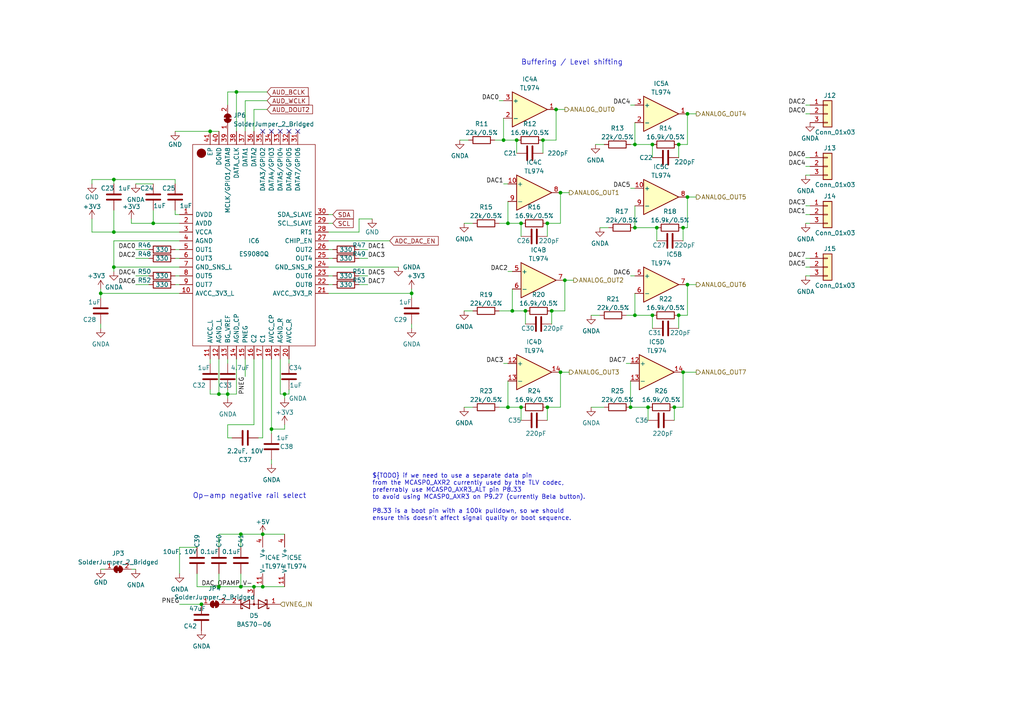
<source format=kicad_sch>
(kicad_sch (version 20211123) (generator eeschema)
  (paper "A4")
  (lib_symbols
    (symbol "Amplifier_Operational:TL074" (pin_names (offset 0.127))
      (property "Reference" "U" (at 0 5.08 0))
      (property "Value" "TL074" (at 0 -5.08 0))
      (symbol "TL074_1_1"
        (polyline (pts (xy -5.08 5.08) (xy 5.08 0) (xy -5.08 -5.08) (xy -5.08 5.08)) (stroke (width 0.254)) (fill (type background)))
        (pin output line (at 7.62 0 180) (length 2.54) (name "~") (number "1"))
        (pin input line (at -7.62 -2.54 0) (length 2.54) (name "-") (number "2"))
        (pin input line (at -7.62 2.54 0) (length 2.54) (name "+") (number "3"))
      )
      (symbol "TL074_2_1"
        (polyline (pts (xy -5.08 5.08) (xy 5.08 0) (xy -5.08 -5.08) (xy -5.08 5.08)) (stroke (width 0.254)) (fill (type background)))
        (pin input line (at -7.62 2.54 0) (length 2.54) (name "+") (number "5"))
        (pin input line (at -7.62 -2.54 0) (length 2.54) (name "-") (number "6"))
        (pin output line (at 7.62 0 180) (length 2.54) (name "~") (number "7"))
      )
      (symbol "TL074_3_1"
        (polyline (pts (xy -5.08 5.08) (xy 5.08 0) (xy -5.08 -5.08) (xy -5.08 5.08)) (stroke (width 0.254)) (fill (type background)))
        (pin input line (at -7.62 2.54 0) (length 2.54) (name "+") (number "10"))
        (pin output line (at 7.62 0 180) (length 2.54) (name "~") (number "8"))
        (pin input line (at -7.62 -2.54 0) (length 2.54) (name "-") (number "9"))
      )
      (symbol "TL074_4_1"
        (polyline (pts (xy -5.08 5.08) (xy 5.08 0) (xy -5.08 -5.08) (xy -5.08 5.08)) (stroke (width 0.254)) (fill (type background)))
        (pin input line (at -7.62 2.54 0) (length 2.54) (name "+") (number "12"))
        (pin input line (at -7.62 -2.54 0) (length 2.54) (name "-") (number "13"))
        (pin output line (at 7.62 0 180) (length 2.54) (name "~") (number "14"))
      )
      (symbol "TL074_5_1"
        (pin power_in line (at -2.54 -7.62 90) (length 3.81) (name "V-") (number "11"))
        (pin power_in line (at -2.54 7.62 270) (length 3.81) (name "V+") (number "4"))
      )
    )
    (symbol "Bela:ES9080Q" (pin_names (offset 0.762))
      (property "Reference" "IC1" (at 1.2441 3.4333 0))
      (property "Value" "ES9080Q" (at 1.2441 0.6582 0))
      (symbol "ES9080Q_0_0"
        (pin power_out line (at -21.59 10.16 0) (length 3.81) (name "DVDD") (number "1"))
        (pin power_in line (at -21.59 -12.7 0) (length 3.81) (name "AVCC_3V3_L") (number "10"))
        (pin power_out line (at -12.7 -31.75 90) (length 3.81) (name "AVCC_L") (number "11"))
        (pin passive line (at -10.16 -31.75 90) (length 3.81) (name "AGND_L") (number "12"))
        (pin output line (at -7.62 -31.75 90) (length 3.81) (name "BG_VREF") (number "13"))
        (pin passive line (at -5.08 -31.75 90) (length 3.81) (name "AGND_CP") (number "14"))
        (pin power_out line (at -2.54 -31.75 90) (length 3.81) (name "PNEG") (number "15"))
        (pin passive line (at 0 -31.75 90) (length 3.81) (name "C2") (number "16"))
        (pin passive line (at 2.54 -31.75 90) (length 3.81) (name "C1") (number "17"))
        (pin power_in line (at 5.08 -31.75 90) (length 3.81) (name "AVCC_CP") (number "18"))
        (pin power_out line (at 7.62 -31.75 90) (length 3.81) (name "AGND_R") (number "19"))
        (pin power_in line (at -21.59 7.62 0) (length 3.81) (name "AVDD") (number "2"))
        (pin power_out line (at 10.16 -31.75 90) (length 3.81) (name "AVCC_R") (number "20"))
        (pin power_in line (at 21.59 -12.7 180) (length 3.81) (name "AVCC_3V3_R") (number "21"))
        (pin output line (at 21.59 -10.16 180) (length 3.81) (name "OUT8") (number "22"))
        (pin output line (at 21.59 -7.62 180) (length 3.81) (name "OUT6") (number "23"))
        (pin input line (at 21.59 -5.08 180) (length 3.81) (name "GND_SNS_R") (number "24"))
        (pin output line (at 21.59 -2.54 180) (length 3.81) (name "OUT4") (number "25"))
        (pin output line (at 21.59 0 180) (length 3.81) (name "OUT2") (number "26"))
        (pin bidirectional line (at 21.59 2.54 180) (length 3.81) (name "CHIP_EN") (number "27"))
        (pin power_out line (at 21.59 5.08 180) (length 3.81) (name "RT1") (number "28"))
        (pin bidirectional line (at 21.59 7.62 180) (length 3.81) (name "SCL_SLAVE") (number "29"))
        (pin power_in line (at -21.59 5.08 0) (length 3.81) (name "VCCA") (number "3"))
        (pin bidirectional line (at 21.59 10.16 180) (length 3.81) (name "SDA_SLAVE") (number "30"))
        (pin bidirectional line (at 12.7 34.29 270) (length 3.81) (name "DATA7/GPIO6") (number "31"))
        (pin bidirectional line (at 10.16 34.29 270) (length 3.81) (name "DATA6/GPIO5") (number "32"))
        (pin bidirectional line (at 7.62 34.29 270) (length 3.81) (name "DATA5/GPIO4") (number "33"))
        (pin bidirectional line (at 5.08 34.29 270) (length 3.81) (name "DATA4/GPIO3") (number "34"))
        (pin bidirectional line (at 2.54 34.29 270) (length 3.81) (name "DATA3/GPIO2") (number "35"))
        (pin bidirectional line (at 0 34.29 270) (length 3.81) (name "DATA2") (number "36"))
        (pin bidirectional line (at -2.54 34.29 270) (length 3.81) (name "DATA1") (number "37"))
        (pin input line (at -5.08 34.29 270) (length 3.81) (name "DATA_CLK") (number "38"))
        (pin bidirectional line (at -7.62 34.29 270) (length 3.81) (name "MCLK/GPIO1/DATA8") (number "39"))
        (pin passive line (at -21.59 2.54 0) (length 3.81) (name "AGND") (number "4"))
        (pin passive line (at -10.16 34.29 270) (length 3.81) (name "DGND") (number "40"))
        (pin passive line (at -12.7 34.29 270) (length 3.81) (name "EP") (number "41"))
        (pin output line (at -21.59 0 0) (length 3.81) (name "OUT1") (number "5"))
        (pin output line (at -21.59 -2.54 0) (length 3.81) (name "OUT3") (number "6"))
        (pin input line (at -21.59 -5.08 0) (length 3.81) (name "GND_SNS_L") (number "7"))
        (pin output line (at -21.59 -7.62 0) (length 3.81) (name "OUT5") (number "8"))
        (pin output line (at -21.59 -10.16 0) (length 3.81) (name "OUT7") (number "9"))
      )
      (symbol "ES9080Q_0_1"
        (circle (center -15.24 27.94) (radius 1.27) (fill (type outline)))
        (polyline (pts (xy -17.78 30.48) (xy 17.78 30.48) (xy 17.78 -27.94) (xy -17.78 -27.94) (xy -17.78 30.48)) (stroke (width 0.1524)))
      )
    )
    (symbol "Connector_Generic:Conn_01x03" (pin_names (offset 1.016) hide)
      (property "Reference" "J" (at 0 5.08 0))
      (property "Value" "Conn_01x03" (at 0 -5.08 0))
      (symbol "Conn_01x03_1_1"
        (rectangle (start -1.27 -2.413) (end 0 -2.667) (stroke (width 0.1524)))
        (rectangle (start -1.27 0.127) (end 0 -0.127) (stroke (width 0.1524)))
        (rectangle (start -1.27 2.667) (end 0 2.413) (stroke (width 0.1524)))
        (rectangle (start -1.27 3.81) (end 1.27 -3.81) (stroke (width 0.254)) (fill (type background)))
        (pin passive line (at -5.08 2.54 0) (length 3.81) (name "Pin_1") (number "1"))
        (pin passive line (at -5.08 0 0) (length 3.81) (name "Pin_2") (number "2"))
        (pin passive line (at -5.08 -2.54 0) (length 3.81) (name "Pin_3") (number "3"))
      )
    )
    (symbol "Device:C" (pin_numbers hide) (pin_names (offset 0.254))
      (property "Reference" "C" (at 0.635 2.54 0))
      (property "Value" "C" (at 0.635 -2.54 0))
      (symbol "C_0_1"
        (polyline (pts (xy -2.032 -0.762) (xy 2.032 -0.762)) (stroke (width 0.508)))
        (polyline (pts (xy -2.032 0.762) (xy 2.032 0.762)) (stroke (width 0.508)))
      )
      (symbol "C_1_1"
        (pin passive line (at 0 3.81 270) (length 2.794) (name "~") (number "1"))
        (pin passive line (at 0 -3.81 90) (length 2.794) (name "~") (number "2"))
      )
    )
    (symbol "Device:D_Schottky_Dual_CommonAnode_KKA" (pin_names (offset 0.762) hide)
      (property "Reference" "D" (at 1.27 -2.54 0))
      (property "Value" "D_Schottky_Dual_CommonAnode_KKA" (at 0 2.54 0))
      (symbol "D_Schottky_Dual_CommonAnode_KKA_0_1"
        (polyline (pts (xy -3.556 0) (xy 3.81 0)))
        (polyline (pts (xy 0 0) (xy 0 -2.54)))
        (polyline (pts (xy -3.81 1.27) (xy -3.81 -1.27) (xy -3.81 -1.27)) (stroke (width 0.254)))
        (polyline (pts (xy 3.81 1.27) (xy 3.81 -1.27) (xy 3.81 -1.27)) (stroke (width 0.254)))
        (polyline (pts (xy -3.81 1.27) (xy -4.318 1.27) (xy -4.318 1.016) (xy -4.318 1.016)) (stroke (width 0.254)))
        (polyline (pts (xy 3.81 -1.27) (xy 4.318 -1.27) (xy 4.318 -1.016) (xy 4.318 -1.016)) (stroke (width 0.254)))
        (polyline (pts (xy 3.81 1.27) (xy 3.302 1.27) (xy 3.302 1.016) (xy 3.302 1.016)) (stroke (width 0.254)))
        (polyline (pts (xy -3.302 -1.016) (xy -3.302 -1.27) (xy -3.81 -1.27) (xy -3.81 -1.27) (xy -3.81 -1.27)) (stroke (width 0.254)))
        (polyline (pts (xy -1.27 -1.27) (xy -3.81 0) (xy -1.27 1.27) (xy -1.27 -1.27) (xy -1.27 -1.27) (xy -1.27 -1.27)) (stroke (width 0.254)))
        (polyline (pts (xy 1.27 1.27) (xy 3.81 0) (xy 1.27 -1.27) (xy 1.27 1.27) (xy 1.27 1.27) (xy 1.27 1.27)) (stroke (width 0.254)))
        (circle (center 0 0) (radius 0.254) (fill (type outline)))
        (pin passive line (at -7.62 0 0) (length 3.81) (name "K") (number "1"))
        (pin passive line (at 7.62 0 180) (length 3.81) (name "K") (number "2"))
        (pin passive line (at 0 -5.08 90) (length 2.54) (name "A") (number "3"))
      )
    )
    (symbol "Device:R" (pin_numbers hide) (pin_names (offset 0))
      (property "Reference" "R" (at 2.032 0 90))
      (property "Value" "R" (at 0 0 90))
      (symbol "R_0_1"
        (rectangle (start -1.016 -2.54) (end 1.016 2.54) (stroke (width 0.254)))
      )
      (symbol "R_1_1"
        (pin passive line (at 0 3.81 270) (length 1.27) (name "~") (number "1"))
        (pin passive line (at 0 -3.81 90) (length 1.27) (name "~") (number "2"))
      )
    )
    (symbol "Jumper:SolderJumper_2_Bridged" (pin_names (offset 0) hide)
      (property "Reference" "JP" (at 0 2.032 0))
      (property "Value" "SolderJumper_2_Bridged" (at 0 -2.54 0))
      (symbol "SolderJumper_2_Bridged_0_1"
        (rectangle (start -0.508 0.508) (end 0.508 -0.508) (fill (type outline)))
        (arc (start -0.254 1.016) (mid -1.27 0) (end -0.254 -1.016))
        (arc (start -0.254 1.016) (mid -1.27 0) (end -0.254 -1.016) (fill (type outline)))
        (polyline (pts (xy -0.254 1.016) (xy -0.254 -1.016)))
        (polyline (pts (xy 0.254 1.016) (xy 0.254 -1.016)))
        (arc (start 0.254 -1.016) (mid 1.27 0) (end 0.254 1.016))
        (arc (start 0.254 -1.016) (mid 1.27 0) (end 0.254 1.016) (fill (type outline)))
      )
      (symbol "SolderJumper_2_Bridged_1_1"
        (pin passive line (at -3.81 0 0) (length 2.54) (name "A") (number "1"))
        (pin passive line (at 3.81 0 180) (length 2.54) (name "B") (number "2"))
      )
    )
    (symbol "power:+3V3" (power) (pin_names (offset 0))
      (property "Value" "+3V3" (at 0 3.556 0))
      (symbol "+3V3_0_1"
        (polyline (pts (xy -0.762 1.27) (xy 0 2.54)))
        (polyline (pts (xy 0 0) (xy 0 2.54)))
        (polyline (pts (xy 0 2.54) (xy 0.762 1.27)))
      )
      (symbol "+3V3_1_1"
        (pin power_in line (at 0 0 90) (length 0) hide (name "+3V3") (number "1"))
      )
    )
    (symbol "power:+5V" (power) (pin_names (offset 0))
      (property "Value" "+5V" (at 0 3.556 0))
      (symbol "+5V_0_1"
        (polyline (pts (xy -0.762 1.27) (xy 0 2.54)))
        (polyline (pts (xy 0 0) (xy 0 2.54)))
        (polyline (pts (xy 0 2.54) (xy 0.762 1.27)))
      )
      (symbol "+5V_1_1"
        (pin power_in line (at 0 0 90) (length 0) hide (name "+5V") (number "1"))
      )
    )
    (symbol "power:GND" (power) (pin_names (offset 0))
      (property "Value" "GND" (at 0 -3.81 0))
      (symbol "GND_0_1"
        (polyline (pts (xy 0 0) (xy 0 -1.27) (xy 1.27 -1.27) (xy 0 -2.54) (xy -1.27 -1.27) (xy 0 -1.27)))
      )
      (symbol "GND_1_1"
        (pin power_in line (at 0 0 270) (length 0) hide (name "GND") (number "1"))
      )
    )
    (symbol "power:GNDA" (power) (pin_names (offset 0))
      (property "Value" "GNDA" (at 0 -3.81 0))
      (symbol "GNDA_0_1"
        (polyline (pts (xy 0 0) (xy 0 -1.27) (xy 1.27 -1.27) (xy 0 -2.54) (xy -1.27 -1.27) (xy 0 -1.27)))
      )
      (symbol "GNDA_1_1"
        (pin power_in line (at 0 0 270) (length 0) hide (name "GNDA") (number "1"))
      )
    )
  )
  (junction (at 182.88 118.11))
  (junction (at 66.04 114.3))
  (junction (at 187.96 118.11))
  (junction (at 162.56 55.88))
  (junction (at 184.15 66.04))
  (junction (at 157.48 40.64))
  (junction (at 158.75 118.11))
  (junction (at 189.23 91.44))
  (junction (at 151.13 118.11))
  (junction (at 63.5 114.3))
  (junction (at 69.85 170.18))
  (junction (at 33.02 67.31))
  (junction (at 146.05 40.64))
  (junction (at 161.29 31.75))
  (junction (at 152.4 90.17))
  (junction (at 82.55 114.3))
  (junction (at 160.02 90.17))
  (junction (at 184.15 91.44))
  (junction (at 147.32 64.77))
  (junction (at 63.5 170.18))
  (junction (at 196.85 91.44))
  (junction (at 68.58 26.67))
  (junction (at 198.12 66.04))
  (junction (at 149.86 40.64))
  (junction (at 184.15 41.91))
  (junction (at 58.42 175.26))
  (junction (at 33.02 52.07))
  (junction (at 44.45 64.77))
  (junction (at 76.2 170.18))
  (junction (at 29.21 85.09))
  (junction (at 69.85 154.94))
  (junction (at 151.13 64.77))
  (junction (at 158.75 64.77))
  (junction (at 199.39 82.55))
  (junction (at 196.85 41.91))
  (junction (at 198.12 107.95))
  (junction (at 189.23 41.91))
  (junction (at 199.39 33.02))
  (junction (at 148.59 90.17))
  (junction (at 76.2 154.94))
  (junction (at 60.96 38.1))
  (junction (at 78.74 124.46))
  (junction (at 195.58 118.11))
  (junction (at 162.56 107.95))
  (junction (at 190.5 66.04))
  (junction (at 163.83 81.28))
  (junction (at 73.66 170.18))
  (junction (at 147.32 118.11))
  (junction (at 119.38 85.09))
  (junction (at 33.02 77.47))
  (junction (at 199.39 57.15))
  (no_connect (at 78.74 38.1))
  (no_connect (at 86.36 38.1))
  (no_connect (at 81.28 38.1))
  (no_connect (at 83.82 38.1))
  (no_connect (at 76.2 38.1))
  (wire (pts (xy 66.04 26.67) (xy 66.04 30.48)))
  (wire (pts (xy 233.68 77.47) (xy 234.95 77.47)))
  (wire (pts (xy 83.82 114.3) (xy 83.82 113.03)))
  (wire (pts (xy 95.25 72.39) (xy 96.52 72.39)))
  (wire (pts (xy 196.85 41.91) (xy 199.39 41.91)))
  (wire (pts (xy 69.85 154.94) (xy 69.85 158.75)))
  (wire (pts (xy 69.85 154.94) (xy 63.5 154.94)))
  (wire (pts (xy 78.74 124.46) (xy 78.74 125.73)))
  (wire (pts (xy 184.15 59.69) (xy 184.15 66.04)))
  (wire (pts (xy 33.02 60.96) (xy 33.02 67.31)))
  (wire (pts (xy 82.55 114.3) (xy 83.82 114.3)))
  (wire (pts (xy 39.37 53.34) (xy 44.45 53.34)))
  (wire (pts (xy 187.96 118.11) (xy 187.96 121.92)))
  (wire (pts (xy 104.14 67.31) (xy 104.14 63.5)))
  (wire (pts (xy 189.23 41.91) (xy 189.23 45.72)))
  (wire (pts (xy 77.47 26.67) (xy 68.58 26.67)))
  (wire (pts (xy 233.68 30.48) (xy 234.95 30.48)))
  (wire (pts (xy 63.5 104.14) (xy 63.5 114.3)))
  (wire (pts (xy 73.66 104.14) (xy 73.66 123.19)))
  (wire (pts (xy 57.15 170.18) (xy 57.15 166.37)))
  (wire (pts (xy 63.5 154.94) (xy 63.5 158.75)))
  (wire (pts (xy 63.5 170.18) (xy 57.15 170.18)))
  (wire (pts (xy 196.85 91.44) (xy 196.85 95.25)))
  (wire (pts (xy 50.8 38.1) (xy 60.96 38.1)))
  (wire (pts (xy 119.38 93.98) (xy 119.38 95.25)))
  (wire (pts (xy 233.68 59.69) (xy 234.95 59.69)))
  (wire (pts (xy 148.59 83.82) (xy 148.59 90.17)))
  (wire (pts (xy 233.68 62.23) (xy 234.95 62.23)))
  (wire (pts (xy 69.85 170.18) (xy 69.85 166.37)))
  (wire (pts (xy 158.75 118.11) (xy 162.56 118.11)))
  (wire (pts (xy 233.68 74.93) (xy 234.95 74.93)))
  (wire (pts (xy 119.38 83.82) (xy 119.38 85.09)))
  (wire (pts (xy 147.32 78.74) (xy 148.59 78.74)))
  (wire (pts (xy 81.28 114.3) (xy 82.55 114.3)))
  (wire (pts (xy 233.68 33.02) (xy 234.95 33.02)))
  (wire (pts (xy 73.66 123.19) (xy 66.04 123.19)))
  (wire (pts (xy 68.58 26.67) (xy 68.58 38.1)))
  (wire (pts (xy 95.25 85.09) (xy 119.38 85.09)))
  (wire (pts (xy 33.02 67.31) (xy 52.07 67.31)))
  (wire (pts (xy 198.12 107.95) (xy 201.93 107.95)))
  (wire (pts (xy 134.62 90.17) (xy 137.16 90.17)))
  (wire (pts (xy 38.1 64.77) (xy 44.45 64.77)))
  (wire (pts (xy 173.99 66.04) (xy 176.53 66.04)))
  (wire (pts (xy 196.85 91.44) (xy 199.39 91.44)))
  (wire (pts (xy 29.21 83.82) (xy 29.21 85.09)))
  (wire (pts (xy 63.5 170.18) (xy 63.5 166.37)))
  (wire (pts (xy 26.67 67.31) (xy 33.02 67.31)))
  (wire (pts (xy 71.12 104.14) (xy 71.12 109.22)))
  (wire (pts (xy 69.85 170.18) (xy 63.5 170.18)))
  (wire (pts (xy 172.72 41.91) (xy 175.26 41.91)))
  (wire (pts (xy 52.07 175.26) (xy 58.42 175.26)))
  (wire (pts (xy 78.74 134.62) (xy 78.74 133.35)))
  (wire (pts (xy 50.8 82.55) (xy 52.07 82.55)))
  (wire (pts (xy 66.04 114.3) (xy 66.04 113.03)))
  (wire (pts (xy 76.2 154.94) (xy 82.55 154.94)))
  (wire (pts (xy 83.82 105.41) (xy 83.82 104.14)))
  (wire (pts (xy 26.67 53.34) (xy 26.67 52.07)))
  (wire (pts (xy 146.05 34.29) (xy 146.05 40.64)))
  (wire (pts (xy 66.04 105.41) (xy 66.04 104.14)))
  (wire (pts (xy 134.62 118.11) (xy 137.16 118.11)))
  (wire (pts (xy 76.2 170.18) (xy 82.55 170.18)))
  (wire (pts (xy 104.14 63.5) (xy 107.95 63.5)))
  (wire (pts (xy 182.88 41.91) (xy 184.15 41.91)))
  (wire (pts (xy 39.37 74.93) (xy 43.18 74.93)))
  (wire (pts (xy 157.48 40.64) (xy 157.48 44.45)))
  (wire (pts (xy 95.25 82.55) (xy 96.52 82.55)))
  (wire (pts (xy 77.47 31.75) (xy 73.66 31.75)))
  (wire (pts (xy 81.28 104.14) (xy 81.28 114.3)))
  (wire (pts (xy 199.39 57.15) (xy 201.93 57.15)))
  (wire (pts (xy 146.05 105.41) (xy 147.32 105.41)))
  (wire (pts (xy 63.5 114.3) (xy 60.96 114.3)))
  (wire (pts (xy 195.58 118.11) (xy 195.58 121.92)))
  (wire (pts (xy 134.62 64.77) (xy 137.16 64.77)))
  (wire (pts (xy 162.56 107.95) (xy 165.1 107.95)))
  (wire (pts (xy 66.04 114.3) (xy 68.58 114.3)))
  (wire (pts (xy 77.47 29.21) (xy 71.12 29.21)))
  (wire (pts (xy 182.88 110.49) (xy 182.88 118.11)))
  (wire (pts (xy 147.32 118.11) (xy 151.13 118.11)))
  (wire (pts (xy 60.96 38.1) (xy 63.5 38.1)))
  (wire (pts (xy 33.02 52.07) (xy 50.8 52.07)))
  (wire (pts (xy 50.8 72.39) (xy 52.07 72.39)))
  (wire (pts (xy 68.58 104.14) (xy 68.58 114.3)))
  (wire (pts (xy 29.21 93.98) (xy 29.21 95.25)))
  (wire (pts (xy 163.83 90.17) (xy 163.83 81.28)))
  (wire (pts (xy 144.78 29.21) (xy 146.05 29.21)))
  (wire (pts (xy 233.68 80.01) (xy 234.95 80.01)))
  (wire (pts (xy 162.56 118.11) (xy 162.56 107.95)))
  (wire (pts (xy 184.15 66.04) (xy 190.5 66.04)))
  (wire (pts (xy 157.48 40.64) (xy 161.29 40.64)))
  (wire (pts (xy 95.25 69.85) (xy 113.03 69.85)))
  (wire (pts (xy 73.66 31.75) (xy 73.66 38.1)))
  (wire (pts (xy 144.78 90.17) (xy 148.59 90.17)))
  (wire (pts (xy 199.39 66.04) (xy 199.39 57.15)))
  (wire (pts (xy 76.2 104.14) (xy 76.2 127)))
  (wire (pts (xy 182.88 118.11) (xy 187.96 118.11)))
  (wire (pts (xy 146.05 40.64) (xy 149.86 40.64)))
  (wire (pts (xy 50.8 62.23) (xy 52.07 62.23)))
  (wire (pts (xy 181.61 105.41) (xy 182.88 105.41)))
  (wire (pts (xy 196.85 41.91) (xy 196.85 45.72)))
  (wire (pts (xy 143.51 40.64) (xy 146.05 40.64)))
  (wire (pts (xy 151.13 64.77) (xy 151.13 68.58)))
  (wire (pts (xy 148.59 90.17) (xy 152.4 90.17)))
  (wire (pts (xy 39.37 80.01) (xy 43.18 80.01)))
  (wire (pts (xy 38.1 63.5) (xy 38.1 64.77)))
  (wire (pts (xy 29.21 86.36) (xy 29.21 85.09)))
  (wire (pts (xy 184.15 85.09) (xy 184.15 91.44)))
  (wire (pts (xy 158.75 64.77) (xy 158.75 68.58)))
  (wire (pts (xy 66.04 123.19) (xy 66.04 127)))
  (wire (pts (xy 78.74 124.46) (xy 82.55 124.46)))
  (wire (pts (xy 233.68 45.72) (xy 234.95 45.72)))
  (wire (pts (xy 161.29 31.75) (xy 163.83 31.75)))
  (wire (pts (xy 95.25 77.47) (xy 115.57 77.47)))
  (wire (pts (xy 146.05 53.34) (xy 147.32 53.34)))
  (wire (pts (xy 133.35 40.64) (xy 135.89 40.64)))
  (wire (pts (xy 82.55 115.57) (xy 82.55 114.3)))
  (wire (pts (xy 171.45 91.44) (xy 173.99 91.44)))
  (wire (pts (xy 182.88 54.61) (xy 184.15 54.61)))
  (wire (pts (xy 50.8 60.96) (xy 50.8 62.23)))
  (wire (pts (xy 144.78 118.11) (xy 147.32 118.11)))
  (wire (pts (xy 158.75 118.11) (xy 158.75 121.92)))
  (wire (pts (xy 57.15 158.75) (xy 52.07 158.75)))
  (wire (pts (xy 50.8 80.01) (xy 52.07 80.01)))
  (wire (pts (xy 199.39 41.91) (xy 199.39 33.02)))
  (wire (pts (xy 151.13 118.11) (xy 151.13 121.92)))
  (wire (pts (xy 71.12 29.21) (xy 71.12 38.1)))
  (wire (pts (xy 160.02 90.17) (xy 160.02 93.98)))
  (wire (pts (xy 199.39 91.44) (xy 199.39 82.55)))
  (wire (pts (xy 82.55 123.19) (xy 82.55 124.46)))
  (wire (pts (xy 95.25 67.31) (xy 104.14 67.31)))
  (wire (pts (xy 189.23 91.44) (xy 189.23 95.25)))
  (wire (pts (xy 147.32 64.77) (xy 151.13 64.77)))
  (wire (pts (xy 33.02 77.47) (xy 33.02 78.74)))
  (wire (pts (xy 233.68 50.8) (xy 234.95 50.8)))
  (wire (pts (xy 162.56 64.77) (xy 162.56 55.88)))
  (wire (pts (xy 161.29 40.64) (xy 161.29 31.75)))
  (wire (pts (xy 184.15 35.56) (xy 184.15 41.91)))
  (wire (pts (xy 95.25 62.23) (xy 96.52 62.23)))
  (wire (pts (xy 171.45 118.11) (xy 175.26 118.11)))
  (wire (pts (xy 233.68 48.26) (xy 234.95 48.26)))
  (wire (pts (xy 163.83 81.28) (xy 166.37 81.28)))
  (wire (pts (xy 144.78 64.77) (xy 147.32 64.77)))
  (wire (pts (xy 52.07 158.75) (xy 52.07 166.37)))
  (wire (pts (xy 195.58 118.11) (xy 198.12 118.11)))
  (wire (pts (xy 198.12 66.04) (xy 198.12 69.85)))
  (wire (pts (xy 44.45 64.77) (xy 52.07 64.77)))
  (wire (pts (xy 158.75 64.77) (xy 162.56 64.77)))
  (wire (pts (xy 198.12 118.11) (xy 198.12 107.95)))
  (wire (pts (xy 95.25 74.93) (xy 96.52 74.93)))
  (wire (pts (xy 184.15 41.91) (xy 189.23 41.91)))
  (wire (pts (xy 33.02 52.07) (xy 33.02 53.34)))
  (wire (pts (xy 33.02 69.85) (xy 52.07 69.85)))
  (wire (pts (xy 182.88 80.01) (xy 184.15 80.01)))
  (wire (pts (xy 78.74 104.14) (xy 78.74 124.46)))
  (wire (pts (xy 104.14 72.39) (xy 106.68 72.39)))
  (wire (pts (xy 199.39 33.02) (xy 201.93 33.02)))
  (wire (pts (xy 33.02 69.85) (xy 33.02 77.47)))
  (wire (pts (xy 152.4 90.17) (xy 152.4 93.98)))
  (wire (pts (xy 104.14 82.55) (xy 106.68 82.55)))
  (wire (pts (xy 119.38 86.36) (xy 119.38 85.09)))
  (wire (pts (xy 26.67 63.5) (xy 26.67 67.31)))
  (wire (pts (xy 147.32 110.49) (xy 147.32 118.11)))
  (wire (pts (xy 181.61 91.44) (xy 184.15 91.44)))
  (wire (pts (xy 73.66 170.18) (xy 69.85 170.18)))
  (wire (pts (xy 29.21 165.1) (xy 30.48 165.1)))
  (wire (pts (xy 104.14 80.01) (xy 106.68 80.01)))
  (wire (pts (xy 95.25 64.77) (xy 96.52 64.77)))
  (wire (pts (xy 190.5 66.04) (xy 190.5 69.85)))
  (wire (pts (xy 66.04 115.57) (xy 66.04 114.3)))
  (wire (pts (xy 66.04 127) (xy 67.31 127)))
  (wire (pts (xy 60.96 114.3) (xy 60.96 113.03)))
  (wire (pts (xy 149.86 40.64) (xy 149.86 44.45)))
  (wire (pts (xy 33.02 77.47) (xy 52.07 77.47)))
  (wire (pts (xy 182.88 30.48) (xy 184.15 30.48)))
  (wire (pts (xy 50.8 74.93) (xy 52.07 74.93)))
  (wire (pts (xy 198.12 66.04) (xy 199.39 66.04)))
  (wire (pts (xy 29.21 85.09) (xy 52.07 85.09)))
  (wire (pts (xy 68.58 26.67) (xy 66.04 26.67)))
  (wire (pts (xy 26.67 52.07) (xy 33.02 52.07)))
  (wire (pts (xy 76.2 127) (xy 74.93 127)))
  (wire (pts (xy 39.37 72.39) (xy 43.18 72.39)))
  (wire (pts (xy 50.8 52.07) (xy 50.8 53.34)))
  (wire (pts (xy 76.2 170.18) (xy 73.66 170.18)))
  (wire (pts (xy 63.5 114.3) (xy 66.04 114.3)))
  (wire (pts (xy 104.14 74.93) (xy 106.68 74.93)))
  (wire (pts (xy 95.25 80.01) (xy 96.52 80.01)))
  (wire (pts (xy 199.39 82.55) (xy 201.93 82.55)))
  (wire (pts (xy 76.2 154.94) (xy 69.85 154.94)))
  (wire (pts (xy 233.68 64.77) (xy 234.95 64.77)))
  (wire (pts (xy 60.96 105.41) (xy 60.96 104.14)))
  (wire (pts (xy 184.15 91.44) (xy 189.23 91.44)))
  (wire (pts (xy 162.56 55.88) (xy 165.1 55.88)))
  (wire (pts (xy 44.45 60.96) (xy 44.45 64.77)))
  (wire (pts (xy 39.37 82.55) (xy 43.18 82.55)))
  (wire (pts (xy 160.02 90.17) (xy 163.83 90.17)))
  (wire (pts (xy 39.37 165.1) (xy 38.1 165.1)))
  (wire (pts (xy 147.32 58.42) (xy 147.32 64.77)))
  (text "Buffering / Level shifting" (at 151.13 19.05 0) (effects (font (size 1.5 1.5)) (justify left bottom)))
  (text "${TODO} if we need to use a separate data pin\nfrom the MCASP0_AXR2 currently used by the TLV codec, \npreferrably use MCASP0_AXR3_ALT pin P8.33\nto avoid using MCASP0_AXR3 on P9.27 (currently Bela button).\n\nP8.33 is a boot pin with a 100k pulldown, so we should\nensure this doesn't affect signal quality or boot sequence." (at 107.95 151.13 0) (effects (font (size 1.27 1.27)) (justify left bottom)))
  (text "Op-amp negative rail select" (at 55.88 144.78 0) (effects (font (size 1.5 1.5)) (justify left bottom)))
  (label "DAC4" (at 39.37 80.01 180))
  (label "DAC2" (at 233.68 30.48 180))
  (label "DAC1" (at 233.68 62.23 180))
  (label "DAC_OPAMP_V-" (at 58.42 170.18 0))
  (label "DAC0" (at 39.37 72.39 180))
  (label "DAC5" (at 182.88 54.61 180))
  (label "DAC3" (at 106.68 74.93 0))
  (label "DAC0" (at 144.78 29.21 180))
  (label "DAC3" (at 146.05 105.41 180))
  (label "DAC7" (at 181.61 105.41 180))
  (label "DAC6" (at 182.88 80.01 180))
  (label "DAC6" (at 233.68 45.72 180))
  (label "DAC7" (at 233.68 74.93 180))
  (label "DAC2" (at 147.32 78.74 180))
  (label "DAC2" (at 39.37 74.93 180))
  (label "DAC4" (at 182.88 30.48 180))
  (label "DAC1" (at 106.68 72.39 0))
  (label "PNEG" (at 52.07 175.26 180))
  (label "DAC7" (at 106.68 82.55 0))
  (label "DAC5" (at 233.68 77.47 180))
  (label "PNEG" (at 71.12 109.22 270))
  (label "DAC0" (at 233.68 33.02 180))
  (label "DAC4" (at 233.68 48.26 180))
  (label "DAC6" (at 39.37 82.55 180))
  (label "DAC3" (at 233.68 59.69 180))
  (label "DAC1" (at 146.05 53.34 180))
  (label "DAC5" (at 106.68 80.01 0))
  (global_label "AUD_BCLK" (shape input) (at 77.47 26.67 0) (property "Intersheet References" "${INTERSHEET_REFS}" (effects hide)))
  (global_label "ADC_DAC_EN" (shape input) (at 113.03 69.85 0) (property "Intersheet References" "${INTERSHEET_REFS}" (effects hide)))
  (global_label "SCL" (shape input) (at 96.52 64.77 0) (property "Intersheet References" "${INTERSHEET_REFS}" (effects hide)))
  (global_label "AUD_DOUT2" (shape input) (at 77.47 31.75 0) (property "Intersheet References" "${INTERSHEET_REFS}" (effects hide)))
  (global_label "AUD_WCLK" (shape input) (at 77.47 29.21 0) (property "Intersheet References" "${INTERSHEET_REFS}" (effects hide)))
  (global_label "SDA" (shape input) (at 96.52 62.23 0) (property "Intersheet References" "${INTERSHEET_REFS}" (effects hide)))
  (hierarchical_label "ANALOG_OUT2" (shape output) (at 166.37 81.28 0))
  (hierarchical_label "ANALOG_OUT4" (shape output) (at 201.93 33.02 0))
  (hierarchical_label "ANALOG_OUT0" (shape output) (at 163.83 31.75 0))
  (hierarchical_label "ANALOG_OUT7" (shape output) (at 201.93 107.95 0))
  (hierarchical_label "ANALOG_OUT3" (shape output) (at 165.1 107.95 0))
  (hierarchical_label "ANALOG_OUT5" (shape output) (at 201.93 57.15 0))
  (hierarchical_label "ANALOG_OUT1" (shape output) (at 165.1 55.88 0))
  (hierarchical_label "ANALOG_OUT6" (shape output) (at 201.93 82.55 0))
  (hierarchical_label "VNEG_IN" (shape input) (at 81.28 175.26 0))
  (symbol (lib_id "Connector_Generic:Conn_01x03") (at 240.03 77.47 0) (unit 1)
    (property "Reference" "J15" (at 238.887 72.136 0) (effects (justify left)))
    (property "Value" "Conn_01x03" (at 236.347 82.804 0) (effects (justify left)))
    (property "Footprint" "Connector_PinHeader_2.54mm:PinHeader_1x03_P2.54mm_Vertical" (effects hide))
  )
  (symbol (lib_id "power:GNDA") (at 39.37 165.1 0) (unit 1)
    (property "Reference" "#PWR060" (effects hide))
    (property "Value" "GNDA" (at 39.37 169.6625 0))
  )
  (symbol (lib_id "Device:C") (at 194.31 69.85 270) (unit 1)
    (property "Reference" "C27" (at 189.23 71.12 90) (effects (justify left)))
    (property "Value" "220pF" (at 195.58 71.12 90) (effects (justify left)))
    (property "Footprint" "Capacitor_SMD:C_0603_1608Metric" (effects hide))
    (property "manf#" "CL10A105KP8NNND" (effects hide))
  )
  (symbol (lib_id "power:GNDA") (at 173.99 66.04 0) (unit 1)
    (property "Reference" "#PWR042" (effects hide))
    (property "Value" "GNDA" (at 173.99 70.6025 0))
  )
  (symbol (lib_id "power:+3V3") (at 119.38 83.82 0) (unit 1)
    (property "Reference" "#PWR047" (effects hide))
    (property "Value" "+3V3" (at 120.65 80.01 0))
  )
  (symbol (lib_id "power:GNDA") (at 134.62 90.17 0) (unit 1)
    (property "Reference" "#PWR048" (effects hide))
    (property "Value" "GNDA" (at 134.62 94.7325 0))
  )
  (symbol (lib_id "power:GNDA") (at 119.38 95.25 0) (unit 1)
    (property "Reference" "#PWR051" (effects hide))
    (property "Value" "GNDA" (at 119.38 99.8125 0))
  )
  (symbol (lib_id "Device:C") (at 191.77 121.92 270) (unit 1)
    (property "Reference" "C36" (at 184.15 121.92 90) (effects (justify left)))
    (property "Value" "220pF" (at 189.23 125.73 90) (effects (justify left)))
    (property "Footprint" "Capacitor_SMD:C_0603_1608Metric" (effects hide))
    (property "manf#" "CL10A105KP8NNND" (effects hide))
  )
  (symbol (lib_id "power:GNDA") (at 78.74 134.62 0) (unit 1)
    (property "Reference" "#PWR057" (effects hide))
    (property "Value" "GNDA" (at 78.74 139.1825 0))
  )
  (symbol (lib_id "Device:C") (at 119.38 90.17 180) (unit 1)
    (property "Reference" "C29" (at 118.11 92.71 0) (effects (justify left)))
    (property "Value" "1uF" (at 119.38 87.63 0) (effects (justify left)))
    (property "Footprint" "Capacitor_SMD:C_0603_1608Metric" (effects hide))
    (property "manf#" "CL10A105KP8NNND" (effects hide))
  )
  (symbol (lib_id "Amplifier_Operational:TL074") (at 191.77 33.02 0) (unit 1)
    (property "Reference" "IC5" (at 191.77 24.2402 0))
    (property "Value" "TL974" (at 191.77 26.7771 0))
    (property "Footprint" "Package_SO:TSSOP-14_4.4x5mm_P0.65mm" (effects hide))
    (property "Datasheet" "http://www.ti.com/lit/ds/symlink/tl071.pdf" (effects hide))
  )
  (symbol (lib_id "power:GNDA") (at 39.37 53.34 0) (unit 1)
    (property "Reference" "#PWR037" (effects hide))
    (property "Value" "GNDA" (at 39.37 57.9025 0))
  )
  (symbol (lib_id "power:GNDA") (at 66.04 115.57 0) (unit 1)
    (property "Reference" "#PWR052" (effects hide))
    (property "Value" "GNDA" (at 66.04 120.1325 0))
  )
  (symbol (lib_id "Amplifier_Operational:TL074") (at 154.94 107.95 0) (unit 4)
    (property "Reference" "IC4" (at 154.94 99.1702 0))
    (property "Value" "TL974" (at 154.94 101.7071 0))
    (property "Footprint" "Package_SO:TSSOP-14_4.4x5mm_P0.65mm" (effects hide))
    (property "Datasheet" "http://www.ti.com/lit/ds/symlink/tl071.pdf" (effects hide))
  )
  (symbol (lib_id "power:GNDA") (at 233.68 64.77 0) (unit 1)
    (property "Reference" "#PWR041" (effects hide))
    (property "Value" "GNDA" (at 233.68 69.3325 0))
  )
  (symbol (lib_id "Device:C") (at 29.21 90.17 180) (unit 1)
    (property "Reference" "C28" (at 27.94 92.71 0) (effects (justify left)))
    (property "Value" "1uF" (at 29.21 87.63 0) (effects (justify left)))
    (property "Footprint" "Capacitor_SMD:C_0603_1608Metric" (effects hide))
    (property "manf#" "CL10A105KP8NNND" (effects hide))
  )
  (symbol (lib_id "power:GNDA") (at 133.35 40.64 0) (unit 1)
    (property "Reference" "#PWR033" (effects hide))
    (property "Value" "GNDA" (at 133.35 45.2025 0))
  )
  (symbol (lib_id "Device:R") (at 140.97 90.17 90) (unit 1)
    (property "Reference" "R19" (at 140.97 85.4542 90))
    (property "Value" "22k/0.5%" (at 140.97 87.9911 90))
    (property "Footprint" "Resistor_SMD:R_0603_1608Metric" (effects hide))
  )
  (symbol (lib_id "power:GND") (at 107.95 63.5 0) (mirror y) (unit 1)
    (property "Reference" "#PWR043" (effects hide))
    (property "Value" "GND" (at 107.95 67.31 0))
  )
  (symbol (lib_id "power:+3V3") (at 82.55 123.19 0) (unit 1)
    (property "Reference" "#PWR056" (effects hide))
    (property "Value" "+3V3" (at 82.55 119.6142 0))
  )
  (symbol (lib_id "power:GNDA") (at 134.62 118.11 0) (unit 1)
    (property "Reference" "#PWR054" (effects hide))
    (property "Value" "GNDA" (at 134.62 122.6725 0))
  )
  (symbol (lib_id "Connector_Generic:Conn_01x03") (at 240.03 62.23 0) (unit 1)
    (property "Reference" "J14" (at 238.887 56.896 0) (effects (justify left)))
    (property "Value" "Conn_01x03" (at 236.347 67.564 0) (effects (justify left)))
    (property "Footprint" "Connector_PinHeader_2.54mm:PinHeader_1x03_P2.54mm_Vertical" (effects hide))
  )
  (symbol (lib_id "Amplifier_Operational:TL074") (at 153.67 31.75 0) (unit 1)
    (property "Reference" "IC4" (at 153.67 22.9702 0))
    (property "Value" "TL974" (at 153.67 25.5071 0))
    (property "Footprint" "Package_SO:TSSOP-14_4.4x5mm_P0.65mm" (effects hide))
    (property "Datasheet" "http://www.ti.com/lit/ds/symlink/tl071.pdf" (effects hide))
  )
  (symbol (lib_id "Device:R") (at 191.77 118.11 90) (unit 1)
    (property "Reference" "R26" (at 191.77 113.3942 90))
    (property "Value" "16.9k/0.5%" (at 191.77 115.9311 90))
    (property "Footprint" "Resistor_SMD:R_0603_1608Metric" (effects hide))
  )
  (symbol (lib_id "Device:R") (at 100.33 82.55 90) (unit 1)
    (property "Reference" "R53" (at 104.14 81.28 90))
    (property "Value" "330" (at 100.33 82.55 90))
    (property "Footprint" "Resistor_SMD:R_0603_1608Metric" (effects hide))
  )
  (symbol (lib_id "Amplifier_Operational:TL074") (at 191.77 57.15 0) (unit 3)
    (property "Reference" "IC5" (at 191.77 48.3702 0))
    (property "Value" "TL974" (at 191.77 50.9071 0))
    (property "Footprint" "Package_SO:TSSOP-14_4.4x5mm_P0.65mm" (effects hide))
    (property "Datasheet" "http://www.ti.com/lit/ds/symlink/tl071.pdf" (effects hide))
  )
  (symbol (lib_id "Device:R") (at 139.7 40.64 90) (unit 1)
    (property "Reference" "R11" (at 139.7 35.9242 90))
    (property "Value" "22k/0.5%" (at 139.7 38.4611 90))
    (property "Footprint" "Resistor_SMD:R_0603_1608Metric" (effects hide))
  )
  (symbol (lib_id "power:GNDA") (at 171.45 91.44 0) (unit 1)
    (property "Reference" "#PWR049" (effects hide))
    (property "Value" "GNDA" (at 171.45 96.0025 0))
  )
  (symbol (lib_id "Device:R") (at 154.94 118.11 90) (unit 1)
    (property "Reference" "R24" (at 154.94 113.3942 90))
    (property "Value" "16.9k/0.5%" (at 154.94 115.9311 90))
    (property "Footprint" "Resistor_SMD:R_0603_1608Metric" (effects hide))
  )
  (symbol (lib_id "Device:R") (at 193.04 41.91 90) (unit 1)
    (property "Reference" "R14" (at 193.04 37.1942 90))
    (property "Value" "16.9k/0.5%" (at 193.04 39.7311 90))
    (property "Footprint" "Resistor_SMD:R_0603_1608Metric" (effects hide))
  )
  (symbol (lib_id "Device:R") (at 193.04 91.44 90) (unit 1)
    (property "Reference" "R22" (at 193.04 86.7242 90))
    (property "Value" "16.9k/0.5%" (at 193.04 89.2611 90))
    (property "Footprint" "Resistor_SMD:R_0603_1608Metric" (effects hide))
  )
  (symbol (lib_id "power:GND") (at 50.8 38.1 0) (mirror y) (unit 1)
    (property "Reference" "#PWR032" (effects hide))
    (property "Value" "GND" (at 50.8 41.91 0))
  )
  (symbol (lib_id "Device:C") (at 154.94 68.58 270) (unit 1)
    (property "Reference" "C26" (at 149.86 69.85 90) (effects (justify left)))
    (property "Value" "220pF" (at 156.21 69.85 90) (effects (justify left)))
    (property "Footprint" "Capacitor_SMD:C_0603_1608Metric" (effects hide))
    (property "manf#" "CL10A105KP8NNND" (effects hide))
  )
  (symbol (lib_id "power:GNDA") (at 134.62 64.77 0) (unit 1)
    (property "Reference" "#PWR040" (effects hide))
    (property "Value" "GNDA" (at 134.62 69.3325 0))
  )
  (symbol (lib_id "Device:C") (at 193.04 95.25 270) (unit 1)
    (property "Reference" "C31" (at 187.96 96.52 90) (effects (justify left)))
    (property "Value" "220pF" (at 194.31 96.52 90) (effects (justify left)))
    (property "Footprint" "Capacitor_SMD:C_0603_1608Metric" (effects hide))
    (property "manf#" "CL10A105KP8NNND" (effects hide))
  )
  (symbol (lib_id "Jumper:SolderJumper_2_Bridged") (at 34.29 165.1 0) (unit 1)
    (property "Reference" "JP3" (at 34.29 160.5112 0))
    (property "Value" "SolderJumper_2_Bridged" (at 34.29 163.0481 0))
    (property "Footprint" "Jumper:SolderJumper-2_P1.3mm_Bridged_Pad1.0x1.5mm" (effects hide))
  )
  (symbol (lib_id "Device:R") (at 46.99 82.55 90) (unit 1)
    (property "Reference" "R52" (at 41.91 81.28 90))
    (property "Value" "330" (at 46.99 82.55 90))
    (property "Footprint" "Resistor_SMD:R_0603_1608Metric" (effects hide))
  )
  (symbol (lib_id "Device:C") (at 83.82 109.22 180) (unit 1)
    (property "Reference" "C34" (at 87.63 106.68 0) (effects (justify left)))
    (property "Value" "1uF" (at 87.63 111.76 0) (effects (justify left)))
    (property "Footprint" "Capacitor_SMD:C_0603_1608Metric" (effects hide))
    (property "manf#" "CL10A105KP8NNND" (effects hide))
  )
  (symbol (lib_id "Amplifier_Operational:TL074") (at 78.74 162.56 0) (unit 5)
    (property "Reference" "IC4" (at 76.835 161.7253 0) (effects (justify left)))
    (property "Value" "TL974" (at 76.835 164.2622 0) (effects (justify left)))
    (property "Footprint" "Package_SO:TSSOP-14_4.4x5mm_P0.65mm" (effects hide))
    (property "Datasheet" "http://www.ti.com/lit/ds/symlink/tl071.pdf" (effects hide))
  )
  (symbol (lib_id "Device:C") (at 33.02 57.15 0) (unit 1)
    (property "Reference" "C23" (at 29.21 54.61 0) (effects (justify left)))
    (property "Value" "1uF" (at 34.29 54.61 0) (effects (justify left)))
    (property "Footprint" "Capacitor_SMD:C_0603_1608Metric" (effects hide))
    (property "manf#" "CL10A105KP8NNND" (effects hide))
  )
  (symbol (lib_id "Jumper:SolderJumper_2_Bridged") (at 66.04 34.29 90) (unit 1)
    (property "Reference" "JP6" (at 67.691 33.4553 90) (effects (justify right)))
    (property "Value" "SolderJumper_2_Bridged" (at 67.691 35.9922 90) (effects (justify right)))
    (property "Footprint" "Jumper:SolderJumper-2_P1.3mm_Bridged_Pad1.0x1.5mm" (effects hide))
  )
  (symbol (lib_id "Device:C") (at 156.21 93.98 270) (unit 1)
    (property "Reference" "C30" (at 151.13 95.25 90) (effects (justify left)))
    (property "Value" "220pF" (at 157.48 95.25 90) (effects (justify left)))
    (property "Footprint" "Capacitor_SMD:C_0603_1608Metric" (effects hide))
    (property "manf#" "CL10A105KP8NNND" (effects hide))
  )
  (symbol (lib_id "power:GNDA") (at 171.45 118.11 0) (unit 1)
    (property "Reference" "#PWR055" (effects hide))
    (property "Value" "GNDA" (at 171.45 122.6725 0))
  )
  (symbol (lib_id "Device:C") (at 78.74 129.54 180) (unit 1)
    (property "Reference" "C38" (at 85.09 129.54 0) (effects (justify left)))
    (property "Value" "1uF" (at 83.82 127 0) (effects (justify left)))
    (property "Footprint" "Capacitor_SMD:C_0603_1608Metric" (effects hide))
    (property "manf#" "CL10A105KP8NNND" (effects hide))
  )
  (symbol (lib_id "Device:R") (at 194.31 66.04 90) (unit 1)
    (property "Reference" "R18" (at 194.31 61.3242 90))
    (property "Value" "16.9k/0.5%" (at 194.31 63.8611 90))
    (property "Footprint" "Resistor_SMD:R_0603_1608Metric" (effects hide))
  )
  (symbol (lib_id "Device:R") (at 180.34 66.04 90) (unit 1)
    (property "Reference" "R17" (at 180.34 61.3242 90))
    (property "Value" "22k/0.5%" (at 180.34 63.8611 90))
    (property "Footprint" "Resistor_SMD:R_0603_1608Metric" (effects hide))
  )
  (symbol (lib_id "Device:C") (at 58.42 179.07 180) (unit 1)
    (property "Reference" "C42" (at 57.15 181.61 0) (effects (justify left)))
    (property "Value" "47uF" (at 59.69 176.53 0) (effects (justify left)))
    (property "Footprint" "Capacitor_SMD:C_0603_1608Metric" (effects hide))
    (property "manf#" "CM105X5R476M04AT " (effects hide))
  )
  (symbol (lib_id "power:+3V3") (at 26.67 63.5 0) (unit 1)
    (property "Reference" "#PWR038" (effects hide))
    (property "Value" "+3V3" (at 26.67 59.9242 0))
  )
  (symbol (lib_id "power:GNDA") (at 58.42 182.88 0) (unit 1)
    (property "Reference" "#PWR062" (effects hide))
    (property "Value" "GNDA" (at 58.42 187.4425 0))
  )
  (symbol (lib_id "Device:R") (at 179.07 118.11 90) (unit 1)
    (property "Reference" "R25" (at 179.07 113.3942 90))
    (property "Value" "22k/0.5%" (at 179.07 115.9311 90))
    (property "Footprint" "Resistor_SMD:R_0603_1608Metric" (effects hide))
  )
  (symbol (lib_id "Bela:ES9080Q") (at 73.66 72.39 0) (unit 1)
    (property "Reference" "IC6" (at 73.66 69.85 0))
    (property "Value" "ES9080Q" (at 73.66 73.66 0))
    (property "Footprint" "Bela:QFN40P500X500X80-41N-D" (effects hide))
    (property "Datasheet" "https://www.mouser.de/datasheet/2/1082/ES9080_DS_v0_4_1-2933575.pdf" (effects hide))
    (property "Description" "Audio D/A Converter ICs Sabre 32 8 Channel DAC with PLL and line drivers" (effects hide))
    (property "Height" "0.8" (effects hide))
    (property "Manufacturer_Name" "ESS Technology" (effects hide))
    (property "Manufacturer_Part_Number" "ES9080Q" (effects hide))
    (property "manf#" "ES9080Q" (effects hide))
  )
  (symbol (lib_id "Amplifier_Operational:TL074") (at 85.09 162.56 0) (unit 5)
    (property "Reference" "IC5" (at 83.185 161.7253 0) (effects (justify left)))
    (property "Value" "TL974" (at 83.185 164.2622 0) (effects (justify left)))
    (property "Footprint" "Package_SO:TSSOP-14_4.4x5mm_P0.65mm" (effects hide))
    (property "Datasheet" "http://www.ti.com/lit/ds/symlink/tl071.pdf" (effects hide))
  )
  (symbol (lib_id "power:GNDA") (at 33.02 78.74 0) (unit 1)
    (property "Reference" "#PWR044" (effects hide))
    (property "Value" "GNDA" (at 33.02 83.3025 0))
  )
  (symbol (lib_id "Device:C") (at 69.85 162.56 180) (unit 1)
    (property "Reference" "C41" (at 69.85 154.94 90) (effects (justify left)))
    (property "Value" "0.1uF" (at 69.85 160.02 0) (effects (justify left)))
    (property "Footprint" "Capacitor_SMD:C_0603_1608Metric" (effects hide))
    (property "manf#" "CL10A105KP8NNND" (effects hide))
  )
  (symbol (lib_id "Device:R") (at 100.33 80.01 90) (unit 1)
    (property "Reference" "R51" (at 104.14 78.74 90))
    (property "Value" "330" (at 100.33 80.01 90))
    (property "Footprint" "Resistor_SMD:R_0603_1608Metric" (effects hide))
  )
  (symbol (lib_id "Device:R") (at 156.21 90.17 90) (unit 1)
    (property "Reference" "R20" (at 156.21 85.4542 90))
    (property "Value" "16.9k/0.5%" (at 156.21 87.9911 90))
    (property "Footprint" "Resistor_SMD:R_0603_1608Metric" (effects hide))
  )
  (symbol (lib_id "power:+3V3") (at 38.1 63.5 0) (unit 1)
    (property "Reference" "#PWR039" (effects hide))
    (property "Value" "+3V3" (at 38.1 59.9242 0))
  )
  (symbol (lib_id "Device:R") (at 100.33 72.39 90) (unit 1)
    (property "Reference" "R47" (at 104.14 71.12 90))
    (property "Value" "330" (at 100.33 72.39 90))
    (property "Footprint" "Resistor_SMD:R_0603_1608Metric" (effects hide))
  )
  (symbol (lib_id "Device:R") (at 153.67 40.64 90) (unit 1)
    (property "Reference" "R12" (at 153.67 35.9242 90))
    (property "Value" "16.9k/0.5%" (at 153.67 38.4611 90))
    (property "Footprint" "Resistor_SMD:R_0603_1608Metric" (effects hide))
  )
  (symbol (lib_id "power:GNDA") (at 52.07 166.37 0) (unit 1)
    (property "Reference" "#PWR061" (effects hide))
    (property "Value" "GNDA" (at 52.07 170.9325 0))
  )
  (symbol (lib_id "power:GNDA") (at 172.72 41.91 0) (unit 1)
    (property "Reference" "#PWR034" (effects hide))
    (property "Value" "GNDA" (at 172.72 46.4725 0))
  )
  (symbol (lib_id "Device:C") (at 63.5 162.56 180) (unit 1)
    (property "Reference" "C40" (at 63.5 154.94 90) (effects (justify left)))
    (property "Value" "0.1uF" (at 63.5 160.02 0) (effects (justify left)))
    (property "Footprint" "Capacitor_SMD:C_0603_1608Metric" (effects hide))
    (property "manf#" "CL10A105KP8NNND" (effects hide))
  )
  (symbol (lib_id "power:GNDA") (at 29.21 95.25 0) (unit 1)
    (property "Reference" "#PWR050" (effects hide))
    (property "Value" "GNDA" (at 29.21 99.8125 0))
  )
  (symbol (lib_id "Jumper:SolderJumper_2_Bridged") (at 62.23 175.26 0) (unit 1)
    (property "Reference" "JP4" (at 62.23 170.6712 0))
    (property "Value" "SolderJumper_2_Bridged" (at 62.23 173.2081 0))
    (property "Footprint" "Jumper:SolderJumper-2_P1.3mm_Bridged_Pad1.0x1.5mm" (effects hide))
  )
  (symbol (lib_id "Amplifier_Operational:TL074") (at 190.5 107.95 0) (unit 4)
    (property "Reference" "IC5" (at 190.5 99.1702 0))
    (property "Value" "TL974" (at 190.5 101.7071 0))
    (property "Footprint" "Package_SO:TSSOP-14_4.4x5mm_P0.65mm" (effects hide))
    (property "Datasheet" "http://www.ti.com/lit/ds/symlink/tl071.pdf" (effects hide))
  )
  (symbol (lib_id "Device:D_Schottky_Dual_CommonAnode_KKA") (at 73.66 175.26 180) (unit 1)
    (property "Reference" "D5" (at 73.66 178.5604 0))
    (property "Value" "BAS70-06" (at 73.66 181.0973 0))
    (property "Footprint" "Package_TO_SOT_SMD:SOT-23" (effects hide))
  )
  (symbol (lib_id "Device:C") (at 153.67 44.45 270) (unit 1)
    (property "Reference" "C21" (at 146.05 44.45 90) (effects (justify left)))
    (property "Value" "220pF" (at 158.75 44.45 90) (effects (justify left)))
    (property "Footprint" "Capacitor_SMD:C_0603_1608Metric" (effects hide))
    (property "manf#" "CL10A105KP8NNND" (effects hide))
  )
  (symbol (lib_id "Device:R") (at 177.8 91.44 90) (unit 1)
    (property "Reference" "R21" (at 177.8 86.7242 90))
    (property "Value" "22k/0.5%" (at 177.8 89.2611 90))
    (property "Footprint" "Resistor_SMD:R_0603_1608Metric" (effects hide))
  )
  (symbol (lib_id "Device:C") (at 154.94 121.92 270) (unit 1)
    (property "Reference" "C35" (at 147.32 121.92 90) (effects (justify left)))
    (property "Value" "220pF" (at 152.4 125.73 90) (effects (justify left)))
    (property "Footprint" "Capacitor_SMD:C_0603_1608Metric" (effects hide))
    (property "manf#" "CL10A105KP8NNND" (effects hide))
  )
  (symbol (lib_id "Device:C") (at 71.12 127 90) (unit 1)
    (property "Reference" "C37" (at 71.12 133.35 90))
    (property "Value" "2.2uF, 10V" (at 71.12 130.81 90))
    (property "Footprint" "Capacitor_SMD:C_0603_1608Metric" (effects hide))
    (property "manf#" "CL10A225KP8NNNC" (effects hide))
  )
  (symbol (lib_id "Device:R") (at 100.33 74.93 90) (unit 1)
    (property "Reference" "R49" (at 104.14 73.66 90))
    (property "Value" "330" (at 100.33 74.93 90))
    (property "Footprint" "Resistor_SMD:R_0603_1608Metric" (effects hide))
  )
  (symbol (lib_id "Device:R") (at 46.99 80.01 90) (unit 1)
    (property "Reference" "R50" (at 41.91 78.74 90))
    (property "Value" "330" (at 46.99 80.01 90))
    (property "Footprint" "Resistor_SMD:R_0603_1608Metric" (effects hide))
  )
  (symbol (lib_id "power:+5V") (at 76.2 154.94 0) (unit 1)
    (property "Reference" "#PWR058" (effects hide))
    (property "Value" "+5V" (at 76.2 151.3642 0))
  )
  (symbol (lib_id "Device:R") (at 46.99 74.93 90) (unit 1)
    (property "Reference" "R48" (at 41.91 73.66 90))
    (property "Value" "330" (at 46.99 74.93 90))
    (property "Footprint" "Resistor_SMD:R_0603_1608Metric" (effects hide))
  )
  (symbol (lib_id "power:GNDA") (at 234.95 35.56 0) (unit 1)
    (property "Reference" "#PWR031" (effects hide))
    (property "Value" "GNDA" (at 234.95 40.1225 0))
  )
  (symbol (lib_id "power:GNDA") (at 233.68 50.8 0) (unit 1)
    (property "Reference" "#PWR035" (effects hide))
    (property "Value" "GNDA" (at 233.68 55.3625 0))
  )
  (symbol (lib_id "Device:R") (at 140.97 64.77 90) (unit 1)
    (property "Reference" "R15" (at 140.97 60.0542 90))
    (property "Value" "22k/0.5%" (at 140.97 62.5911 90))
    (property "Footprint" "Resistor_SMD:R_0603_1608Metric" (effects hide))
  )
  (symbol (lib_id "Device:R") (at 140.97 118.11 90) (unit 1)
    (property "Reference" "R23" (at 140.97 113.3942 90))
    (property "Value" "22k/0.5%" (at 140.97 115.9311 90))
    (property "Footprint" "Resistor_SMD:R_0603_1608Metric" (effects hide))
  )
  (symbol (lib_id "power:GNDA") (at 82.55 115.57 0) (unit 1)
    (property "Reference" "#PWR053" (effects hide))
    (property "Value" "GNDA" (at 86.36 115.57 0))
  )
  (symbol (lib_id "Device:C") (at 193.04 45.72 270) (unit 1)
    (property "Reference" "C22" (at 185.42 45.72 90) (effects (justify left)))
    (property "Value" "220pF" (at 195.58 46.99 90) (effects (justify left)))
    (property "Footprint" "Capacitor_SMD:C_0603_1608Metric" (effects hide))
    (property "manf#" "CL10A105KP8NNND" (effects hide))
  )
  (symbol (lib_id "power:GND") (at 29.21 165.1 0) (mirror y) (unit 1)
    (property "Reference" "#PWR059" (effects hide))
    (property "Value" "GND" (at 29.21 168.91 0))
  )
  (symbol (lib_id "Amplifier_Operational:TL074") (at 156.21 81.28 0) (unit 2)
    (property "Reference" "IC4" (at 156.21 72.5002 0))
    (property "Value" "TL974" (at 156.21 75.0371 0))
    (property "Footprint" "Package_SO:TSSOP-14_4.4x5mm_P0.65mm" (effects hide))
    (property "Datasheet" "http://www.ti.com/lit/ds/symlink/tl071.pdf" (effects hide))
  )
  (symbol (lib_id "Amplifier_Operational:TL074") (at 191.77 82.55 0) (unit 2)
    (property "Reference" "IC5" (at 195.58 73.7702 0))
    (property "Value" "TL974" (at 191.77 76.3071 0))
    (property "Footprint" "Package_SO:TSSOP-14_4.4x5mm_P0.65mm" (effects hide))
    (property "Datasheet" "http://www.ti.com/lit/ds/symlink/tl071.pdf" (effects hide))
  )
  (symbol (lib_id "Connector_Generic:Conn_01x03") (at 240.03 48.26 0) (unit 1)
    (property "Reference" "J13" (at 238.887 42.926 0) (effects (justify left)))
    (property "Value" "Conn_01x03" (at 236.347 53.594 0) (effects (justify left)))
    (property "Footprint" "Connector_PinHeader_2.54mm:PinHeader_1x03_P2.54mm_Vertical" (effects hide))
  )
  (symbol (lib_id "Device:R") (at 179.07 41.91 90) (unit 1)
    (property "Reference" "R13" (at 179.07 37.1942 90))
    (property "Value" "22k/0.5%" (at 179.07 39.7311 90))
    (property "Footprint" "Resistor_SMD:R_0603_1608Metric" (effects hide))
  )
  (symbol (lib_id "power:GNDA") (at 233.68 80.01 0) (unit 1)
    (property "Reference" "#PWR045" (effects hide))
    (property "Value" "GNDA" (at 233.68 84.5725 0))
  )
  (symbol (lib_id "Device:C") (at 50.8 57.15 0) (unit 1)
    (property "Reference" "C25" (at 46.99 54.61 0) (effects (justify left)))
    (property "Value" "1uF" (at 52.07 59.69 0) (effects (justify left)))
    (property "Footprint" "Capacitor_SMD:C_0603_1608Metric" (effects hide))
    (property "manf#" "CL10A105KP8NNND" (effects hide))
  )
  (symbol (lib_id "power:GND") (at 26.67 53.34 0) (mirror y) (unit 1)
    (property "Reference" "#PWR036" (effects hide))
    (property "Value" "GND" (at 26.67 57.15 0))
  )
  (symbol (lib_id "Device:R") (at 46.99 72.39 90) (unit 1)
    (property "Reference" "R46" (at 41.91 71.12 90))
    (property "Value" "330" (at 46.99 72.39 90))
    (property "Footprint" "Resistor_SMD:R_0603_1608Metric" (effects hide))
  )
  (symbol (lib_id "Device:C") (at 66.04 109.22 180) (unit 1)
    (property "Reference" "C33" (at 67.31 111.76 0) (effects (justify left)))
    (property "Value" "4.7uF" (at 72.39 106.68 0) (effects (justify left)))
    (property "Footprint" "Capacitor_SMD:C_0603_1608Metric" (effects hide))
    (property "manf#" "CL10A475KQ8NNNL" (effects hide))
  )
  (symbol (lib_id "Device:C") (at 44.45 57.15 0) (unit 1)
    (property "Reference" "C24" (at 40.64 54.61 0) (effects (justify left)))
    (property "Value" "1uF" (at 44.45 59.69 0) (effects (justify left)))
    (property "Footprint" "Capacitor_SMD:C_0603_1608Metric" (effects hide))
    (property "manf#" "CL10A105KP8NNND" (effects hide))
  )
  (symbol (lib_id "Device:C") (at 60.96 109.22 180) (unit 1)
    (property "Reference" "C32" (at 59.69 111.76 0) (effects (justify left)))
    (property "Value" "1uF" (at 60.96 106.68 0) (effects (justify left)))
    (property "Footprint" "Capacitor_SMD:C_0603_1608Metric" (effects hide))
    (property "manf#" "CL10A105KP8NNND" (effects hide))
  )
  (symbol (lib_id "Connector_Generic:Conn_01x03") (at 240.03 33.02 0) (unit 1)
    (property "Reference" "J12" (at 238.887 27.686 0) (effects (justify left)))
    (property "Value" "Conn_01x03" (at 236.347 38.354 0) (effects (justify left)))
    (property "Footprint" "Connector_PinHeader_2.54mm:PinHeader_1x03_P2.54mm_Vertical" (effects hide))
  )
  (symbol (lib_id "Device:R") (at 154.94 64.77 90) (unit 1)
    (property "Reference" "R16" (at 154.94 60.0542 90))
    (property "Value" "16.9k/0.5%" (at 154.94 62.5911 90))
    (property "Footprint" "Resistor_SMD:R_0603_1608Metric" (effects hide))
  )
  (symbol (lib_id "Amplifier_Operational:TL074") (at 154.94 55.88 0) (unit 3)
    (property "Reference" "IC4" (at 154.94 47.1002 0))
    (property "Value" "TL974" (at 154.94 49.6371 0))
    (property "Footprint" "Package_SO:TSSOP-14_4.4x5mm_P0.65mm" (effects hide))
    (property "Datasheet" "http://www.ti.com/lit/ds/symlink/tl071.pdf" (effects hide))
  )
  (symbol (lib_id "Device:C") (at 57.15 162.56 180) (unit 1)
    (property "Reference" "C39" (at 57.15 154.94 90) (effects (justify left)))
    (property "Value" "10uF, 10V" (at 57.15 160.02 0) (effects (justify left)))
    (property "Footprint" "Capacitor_SMD:C_0603_1608Metric" (effects hide))
    (property "manf#" "CL10A105KP8NNND" (effects hide))
  )
  (symbol (lib_id "power:GNDA") (at 115.57 77.47 0) (unit 1)
    (property "Reference" "#PWR0101" (effects hide))
    (property "Value" "GNDA" (at 119.38 77.47 0))
  )
  (symbol (lib_id "power:+3V3") (at 29.21 83.82 0) (unit 1)
    (property "Reference" "#PWR046" (effects hide))
    (property "Value" "+3V3" (at 27.94 80.01 0))
  )
)
</source>
